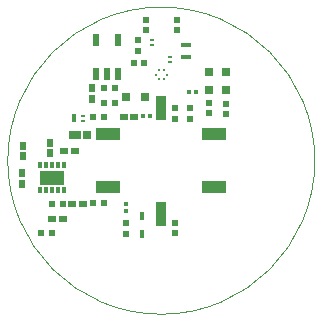
<source format=gbp>
G04*
G04 #@! TF.GenerationSoftware,Altium Limited,Altium Designer,19.0.14 (431)*
G04*
G04 Layer_Color=128*
%FSLAX25Y25*%
%MOIN*%
G70*
G01*
G75*
%ADD14C,0.00050*%
%ADD28R,0.02441X0.02598*%
%ADD29R,0.01575X0.01181*%
%ADD30R,0.02598X0.02441*%
%ADD82R,0.01378X0.02165*%
%ADD83R,0.07874X0.04567*%
%ADD84R,0.03543X0.07874*%
%ADD85R,0.07874X0.03937*%
%ADD86R,0.03543X0.01772*%
%ADD87R,0.02165X0.02165*%
%ADD88R,0.00787X0.00984*%
%ADD89R,0.00984X0.00787*%
%ADD90R,0.01181X0.01102*%
%ADD91R,0.04134X0.03150*%
%ADD92R,0.02559X0.03150*%
%ADD93R,0.02362X0.04134*%
%ADD94R,0.01575X0.02756*%
%ADD95R,0.03150X0.03150*%
%ADD96R,0.01575X0.00984*%
%ADD97R,0.01181X0.01575*%
%ADD98R,0.03150X0.03150*%
%ADD99R,0.02165X0.02165*%
D14*
X51181Y0D02*
G03*
X51181Y0I-51181J0D01*
G01*
D28*
X-46457Y-7638D02*
D03*
Y-4173D02*
D03*
X-23228Y20709D02*
D03*
Y24173D02*
D03*
X-46055Y4882D02*
D03*
Y1417D02*
D03*
X-37008Y6063D02*
D03*
Y2598D02*
D03*
D29*
X-11811Y-14567D02*
D03*
Y-16929D02*
D03*
D30*
X-9094Y14567D02*
D03*
X-12559D02*
D03*
X-28819Y3150D02*
D03*
X-32283D02*
D03*
X-36378Y-19291D02*
D03*
X-32913D02*
D03*
X-26221Y-14567D02*
D03*
X-29685D02*
D03*
D82*
X-32480Y-9764D02*
D03*
Y-1457D02*
D03*
X-38386Y-9764D02*
D03*
X-34449D02*
D03*
X-36417D02*
D03*
X-40354D02*
D03*
X-34449Y-1457D02*
D03*
X-36417D02*
D03*
X-38386D02*
D03*
X-40354D02*
D03*
D83*
X-36417Y-5610D02*
D03*
D84*
X0Y17717D02*
D03*
Y-17717D02*
D03*
D85*
X17717Y8858D02*
D03*
X-17717D02*
D03*
X17717Y-8858D02*
D03*
X-17717D02*
D03*
D86*
X8268Y38681D02*
D03*
Y34547D02*
D03*
D87*
X-39961Y-24016D02*
D03*
X-36417D02*
D03*
X-5709Y32677D02*
D03*
X-9252D02*
D03*
X-15551Y24173D02*
D03*
X-19094D02*
D03*
X-19094Y19291D02*
D03*
X-15551D02*
D03*
X-22638Y-14173D02*
D03*
X-19094D02*
D03*
Y14567D02*
D03*
X-22638D02*
D03*
X-36417Y-14567D02*
D03*
X-32874D02*
D03*
D88*
X-787Y27244D02*
D03*
X787D02*
D03*
Y30079D02*
D03*
X-787D02*
D03*
D89*
X1811Y28661D02*
D03*
X-1811D02*
D03*
D90*
X2953Y34587D02*
D03*
Y32736D02*
D03*
X-2953Y40295D02*
D03*
Y38445D02*
D03*
D91*
X-28839Y8661D02*
D03*
D92*
X-24705D02*
D03*
D93*
X-18110Y29035D02*
D03*
X-21850D02*
D03*
X-14370D02*
D03*
X-21850Y40256D02*
D03*
X-14370D02*
D03*
D94*
X-6299Y-18406D02*
D03*
Y-24311D02*
D03*
X-28937Y14173D02*
D03*
D95*
X15748Y29724D02*
D03*
Y23425D02*
D03*
X21457Y29724D02*
D03*
Y23425D02*
D03*
D96*
X-26181Y13287D02*
D03*
Y15059D02*
D03*
D97*
X-6102Y14764D02*
D03*
X-3740D02*
D03*
X9252Y22835D02*
D03*
X11614D02*
D03*
D98*
X-5512Y21260D02*
D03*
X-11811D02*
D03*
D99*
X5158Y47047D02*
D03*
Y43504D02*
D03*
X-5118Y47047D02*
D03*
Y43504D02*
D03*
X4724Y13976D02*
D03*
Y17520D02*
D03*
X9449Y13976D02*
D03*
Y17520D02*
D03*
X-7874Y36577D02*
D03*
Y40121D02*
D03*
X4724Y-24213D02*
D03*
Y-20669D02*
D03*
X-11811Y-20728D02*
D03*
Y-24272D02*
D03*
X21457Y19055D02*
D03*
Y15512D02*
D03*
X15748Y19291D02*
D03*
Y15748D02*
D03*
M02*

</source>
